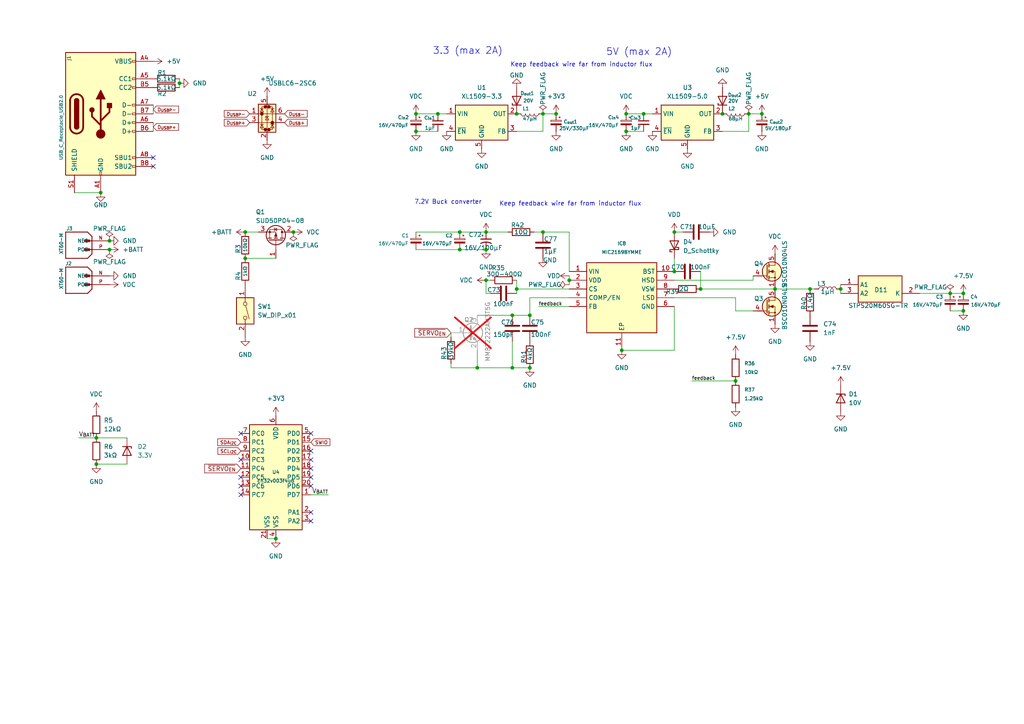
<source format=kicad_sch>
(kicad_sch
	(version 20231120)
	(generator "eeschema")
	(generator_version "8.0")
	(uuid "e4c09165-9c68-40b2-881f-c90ce6ecf190")
	(paper "A4")
	
	(junction
		(at 29.21 55.88)
		(diameter 0)
		(color 0 0 0 0)
		(uuid "014229f8-e922-43fc-bb3a-ada6f8e16a40")
	)
	(junction
		(at 279.4 85.09)
		(diameter 0)
		(color 0 0 0 0)
		(uuid "0706ad95-8615-4630-8e7e-c4623ef20ba3")
	)
	(junction
		(at 153.67 91.44)
		(diameter 0)
		(color 0 0 0 0)
		(uuid "0bf23e79-1fbd-4df3-9ba3-b7681327d067")
	)
	(junction
		(at 31.75 69.85)
		(diameter 0)
		(color 0 0 0 0)
		(uuid "0cb14bcc-13f9-4b13-bb4e-ef6e8e2f3418")
	)
	(junction
		(at 52.07 24.13)
		(diameter 0)
		(color 0 0 0 0)
		(uuid "0ed86d61-ab59-42f1-aa05-aa92cf967161")
	)
	(junction
		(at 149.86 83.82)
		(diameter 0)
		(color 0 0 0 0)
		(uuid "17ee1fca-69be-4309-b01b-2c69ab096265")
	)
	(junction
		(at 71.12 67.31)
		(diameter 0)
		(color 0 0 0 0)
		(uuid "1867cdcb-5d9f-44ec-9da6-73143f38074a")
	)
	(junction
		(at 165.1 81.28)
		(diameter 0)
		(color 0 0 0 0)
		(uuid "19a83583-8dbf-4364-9f25-a61c946a2757")
	)
	(junction
		(at 133.35 72.39)
		(diameter 0)
		(color 0 0 0 0)
		(uuid "1fd6e48c-76b4-4e07-b3de-49cc4b072e3c")
	)
	(junction
		(at 140.97 67.31)
		(diameter 0)
		(color 0 0 0 0)
		(uuid "217c6588-7ead-430f-ab06-f5227919cc53")
	)
	(junction
		(at 149.86 33.02)
		(diameter 0)
		(color 0 0 0 0)
		(uuid "2783d833-13cd-455f-88b4-b341daea4265")
	)
	(junction
		(at 213.36 110.49)
		(diameter 0)
		(color 0 0 0 0)
		(uuid "30598afb-f608-4624-9286-44862f977320")
	)
	(junction
		(at 31.75 72.39)
		(diameter 0)
		(color 0 0 0 0)
		(uuid "368b4340-f94f-4191-a85e-d022f7ff95e3")
	)
	(junction
		(at 138.43 106.68)
		(diameter 0)
		(color 0 0 0 0)
		(uuid "3e7748d7-a0da-44ca-b4be-3a9f63966d0c")
	)
	(junction
		(at 27.94 127)
		(diameter 0)
		(color 0 0 0 0)
		(uuid "4016bba1-7f13-44f2-8770-aead50a38f9a")
	)
	(junction
		(at 120.65 38.1)
		(diameter 0)
		(color 0 0 0 0)
		(uuid "421602c8-530a-4659-8ab8-8c4fa4d32452")
	)
	(junction
		(at 181.61 33.02)
		(diameter 0)
		(color 0 0 0 0)
		(uuid "42f5718f-9bb0-4fac-84c5-bcad7d0a4189")
	)
	(junction
		(at 275.59 85.09)
		(diameter 0)
		(color 0 0 0 0)
		(uuid "464b34be-16b7-4498-9836-33e174587801")
	)
	(junction
		(at 148.59 91.44)
		(diameter 0)
		(color 0 0 0 0)
		(uuid "4a64b53c-648c-4f96-bd61-d23e1d3f95d1")
	)
	(junction
		(at 180.34 101.6)
		(diameter 0)
		(color 0 0 0 0)
		(uuid "4e06d980-b782-4927-8395-d6c0bf249446")
	)
	(junction
		(at 195.58 67.31)
		(diameter 0)
		(color 0 0 0 0)
		(uuid "4fc4f8b4-213a-4e5a-931d-812028ec46ef")
	)
	(junction
		(at 85.09 67.31)
		(diameter 0)
		(color 0 0 0 0)
		(uuid "5a5717b8-9446-4647-89ef-e1f338684f14")
	)
	(junction
		(at 71.12 74.93)
		(diameter 0)
		(color 0 0 0 0)
		(uuid "5a625fab-0b89-4dff-a510-389131ec701f")
	)
	(junction
		(at 120.65 33.02)
		(diameter 0)
		(color 0 0 0 0)
		(uuid "5d8646b5-3b36-47e3-95d0-b2b0f7a20c64")
	)
	(junction
		(at 203.2 83.82)
		(diameter 0)
		(color 0 0 0 0)
		(uuid "70896acb-ec56-4ad6-a2d5-7dc8071514a5")
	)
	(junction
		(at 209.55 33.02)
		(diameter 0)
		(color 0 0 0 0)
		(uuid "758baad9-ec2d-4203-bad5-2ca00e12dd09")
	)
	(junction
		(at 234.95 83.82)
		(diameter 0)
		(color 0 0 0 0)
		(uuid "7ac401a6-e2ab-4fbe-8753-3d22959635b2")
	)
	(junction
		(at 161.29 33.02)
		(diameter 0)
		(color 0 0 0 0)
		(uuid "7e15fe13-dcd5-444a-8bd8-8e59749f86b0")
	)
	(junction
		(at 148.59 106.68)
		(diameter 0)
		(color 0 0 0 0)
		(uuid "82df520e-1b15-4f77-b0a9-0d41a3de5616")
	)
	(junction
		(at 195.58 78.74)
		(diameter 0)
		(color 0 0 0 0)
		(uuid "8421ec3c-9f22-4102-85fb-7fa09b28549d")
	)
	(junction
		(at 157.48 33.02)
		(diameter 0)
		(color 0 0 0 0)
		(uuid "8835e889-c777-489c-abff-7f4712cf0195")
	)
	(junction
		(at 186.69 33.02)
		(diameter 0)
		(color 0 0 0 0)
		(uuid "8c0c6224-8743-47d7-9d28-74626ab4a532")
	)
	(junction
		(at 133.35 67.31)
		(diameter 0)
		(color 0 0 0 0)
		(uuid "90494018-72ca-4082-8275-9d8a0876f50c")
	)
	(junction
		(at 127 33.02)
		(diameter 0)
		(color 0 0 0 0)
		(uuid "94283697-0c08-4972-8d07-ff4bcb35e7ca")
	)
	(junction
		(at 181.61 38.1)
		(diameter 0)
		(color 0 0 0 0)
		(uuid "9d785556-379c-444b-aa7f-6330da13bb64")
	)
	(junction
		(at 153.67 106.68)
		(diameter 0)
		(color 0 0 0 0)
		(uuid "9de04210-cd8f-4fa9-89e6-c07bdd199920")
	)
	(junction
		(at 80.01 156.21)
		(diameter 0)
		(color 0 0 0 0)
		(uuid "a3a85b14-7aa3-4373-95db-3e7aa17e66da")
	)
	(junction
		(at 243.84 83.82)
		(diameter 0)
		(color 0 0 0 0)
		(uuid "a6d95978-b246-488a-ad10-f25edd32b74e")
	)
	(junction
		(at 217.17 33.02)
		(diameter 0)
		(color 0 0 0 0)
		(uuid "c1909f9d-b91e-4aa3-bf96-6e3effc91816")
	)
	(junction
		(at 220.98 33.02)
		(diameter 0)
		(color 0 0 0 0)
		(uuid "d2259b7f-5670-4575-8cac-fbfda11ec99c")
	)
	(junction
		(at 279.4 90.17)
		(diameter 0)
		(color 0 0 0 0)
		(uuid "d8593ac6-127d-40f7-936d-23e3f709214b")
	)
	(junction
		(at 224.79 83.82)
		(diameter 0)
		(color 0 0 0 0)
		(uuid "d87e0da5-2127-4f85-9191-411b188b93a9")
	)
	(junction
		(at 27.94 134.62)
		(diameter 0)
		(color 0 0 0 0)
		(uuid "e37bb98d-a07f-4760-ad58-c557dcdd7480")
	)
	(junction
		(at 140.97 81.28)
		(diameter 0)
		(color 0 0 0 0)
		(uuid "e7bc1f6b-c0bc-4dfb-b024-54777acc4d86")
	)
	(junction
		(at 140.97 72.39)
		(diameter 0)
		(color 0 0 0 0)
		(uuid "f00a5d5f-61b6-4ccf-b20b-121de7fdd48c")
	)
	(junction
		(at 157.48 67.31)
		(diameter 0)
		(color 0 0 0 0)
		(uuid "f522d1b8-2802-4460-9f1c-2b7a8b789b98")
	)
	(no_connect
		(at 90.17 151.13)
		(uuid "124bb475-31c5-4a42-a51c-e929a56c9b46")
	)
	(no_connect
		(at 90.17 130.81)
		(uuid "135c539e-89cf-4297-815e-9769cd02d2f8")
	)
	(no_connect
		(at 90.17 138.43)
		(uuid "17e9351e-4221-450f-a467-5732b0d0d16b")
	)
	(no_connect
		(at 90.17 133.35)
		(uuid "21d3c945-6112-4816-bded-f8d83d8813a2")
	)
	(no_connect
		(at 69.85 140.97)
		(uuid "2f5c8c2b-f4b9-4745-87bc-232dcadb4b84")
	)
	(no_connect
		(at 69.85 143.51)
		(uuid "5a29329e-7d6c-4a1d-89a8-2bbb095c0069")
	)
	(no_connect
		(at 69.85 133.35)
		(uuid "6060c138-277d-416d-b112-6e34eae66af6")
	)
	(no_connect
		(at 90.17 125.73)
		(uuid "60bd5cbc-3f42-4efd-a5a1-1531afdc180b")
	)
	(no_connect
		(at 44.45 45.72)
		(uuid "7952fb62-0351-4f17-a9b0-ffd70f532bab")
	)
	(no_connect
		(at 44.45 48.26)
		(uuid "79782b9e-bcb1-4afa-99d8-0d840bd98a14")
	)
	(no_connect
		(at 90.17 135.89)
		(uuid "937070c3-5d2d-485c-b76f-0433f35de078")
	)
	(no_connect
		(at 90.17 140.97)
		(uuid "9fc80ee9-fea2-4aec-828f-811353459fa4")
	)
	(no_connect
		(at 69.85 138.43)
		(uuid "b72b776a-6dfb-4d45-86a9-3fb29dc54d14")
	)
	(no_connect
		(at 69.85 125.73)
		(uuid "d4cf46a4-2913-42d9-89b7-c49af041dc26")
	)
	(no_connect
		(at 90.17 148.59)
		(uuid "f0703af6-f17e-4b44-bf05-413f333d7936")
	)
	(wire
		(pts
			(xy 52.07 24.13) (xy 52.07 25.4)
		)
		(stroke
			(width 0)
			(type default)
		)
		(uuid "053a504a-6ed1-4d67-a669-fa2d98e80bf4")
	)
	(wire
		(pts
			(xy 157.48 38.1) (xy 149.86 38.1)
		)
		(stroke
			(width 0)
			(type default)
		)
		(uuid "0942168b-90c6-47b4-9f2a-25487e9c1bda")
	)
	(wire
		(pts
			(xy 218.44 81.28) (xy 218.44 80.01)
		)
		(stroke
			(width 0)
			(type default)
		)
		(uuid "09986f12-7495-4275-b3c0-cfacc2e583f0")
	)
	(wire
		(pts
			(xy 165.1 86.36) (xy 153.67 86.36)
		)
		(stroke
			(width 0)
			(type default)
		)
		(uuid "0c98411e-f845-4768-adae-4a720f477d13")
	)
	(wire
		(pts
			(xy 149.86 83.82) (xy 149.86 85.09)
		)
		(stroke
			(width 0)
			(type default)
		)
		(uuid "1750e4c6-ef76-4cc3-982f-7eca4e53da90")
	)
	(wire
		(pts
			(xy 148.59 106.68) (xy 153.67 106.68)
		)
		(stroke
			(width 0)
			(type default)
		)
		(uuid "1a36f1af-f133-426b-9176-69d12d13ad80")
	)
	(wire
		(pts
			(xy 77.47 156.21) (xy 80.01 156.21)
		)
		(stroke
			(width 0)
			(type default)
		)
		(uuid "1b878f87-5e42-4357-be2a-0029869703ca")
	)
	(wire
		(pts
			(xy 27.94 134.62) (xy 36.83 134.62)
		)
		(stroke
			(width 0)
			(type default)
		)
		(uuid "1b93d690-d85d-447b-8962-964b4f15d693")
	)
	(wire
		(pts
			(xy 153.67 86.36) (xy 153.67 91.44)
		)
		(stroke
			(width 0)
			(type default)
		)
		(uuid "1e0c655b-8182-48ca-a63d-c98deb5a071c")
	)
	(wire
		(pts
			(xy 127 33.02) (xy 129.54 33.02)
		)
		(stroke
			(width 0)
			(type default)
		)
		(uuid "205690c4-0c3e-42b1-9c99-0ea5c9353b8e")
	)
	(wire
		(pts
			(xy 148.59 91.44) (xy 153.67 91.44)
		)
		(stroke
			(width 0)
			(type default)
		)
		(uuid "26ec0cae-11f4-488a-84e2-1caacb5add56")
	)
	(wire
		(pts
			(xy 140.97 67.31) (xy 147.32 67.31)
		)
		(stroke
			(width 0)
			(type default)
		)
		(uuid "2a8cd20a-6489-4829-bbe6-946b04c90df7")
	)
	(wire
		(pts
			(xy 243.84 82.55) (xy 243.84 83.82)
		)
		(stroke
			(width 0)
			(type default)
		)
		(uuid "2bdf4332-f8fc-49c3-a059-e4fa0d5859d4")
	)
	(wire
		(pts
			(xy 140.97 81.28) (xy 140.97 85.09)
		)
		(stroke
			(width 0)
			(type default)
		)
		(uuid "2c9c67cc-8c9f-416b-af3e-189f8097bafa")
	)
	(wire
		(pts
			(xy 140.97 85.09) (xy 142.24 85.09)
		)
		(stroke
			(width 0)
			(type default)
		)
		(uuid "36a7d1ea-9bec-48f8-b19f-a5981a605299")
	)
	(wire
		(pts
			(xy 27.94 127) (xy 36.83 127)
		)
		(stroke
			(width 0)
			(type default)
		)
		(uuid "3799ff52-00f9-40bc-8c79-1a7d68224e30")
	)
	(wire
		(pts
			(xy 203.2 83.82) (xy 224.79 83.82)
		)
		(stroke
			(width 0)
			(type default)
		)
		(uuid "39755c1a-a048-43f3-bdde-e1aed542d78f")
	)
	(wire
		(pts
			(xy 71.12 74.93) (xy 80.01 74.93)
		)
		(stroke
			(width 0)
			(type default)
		)
		(uuid "3c7cc695-7d28-4a62-a505-6ab5be30ba4f")
	)
	(wire
		(pts
			(xy 21.59 55.88) (xy 29.21 55.88)
		)
		(stroke
			(width 0)
			(type default)
		)
		(uuid "3e43a8b7-9937-4e51-8e8c-fb3c02dc0625")
	)
	(wire
		(pts
			(xy 161.29 33.02) (xy 157.48 33.02)
		)
		(stroke
			(width 0)
			(type default)
		)
		(uuid "401bf375-864e-4be6-b4c1-9f39fe7b4186")
	)
	(wire
		(pts
			(xy 217.17 33.02) (xy 220.98 33.02)
		)
		(stroke
			(width 0)
			(type default)
		)
		(uuid "47f4b398-19b9-4c16-abfc-6617df398c03")
	)
	(wire
		(pts
			(xy 195.58 81.28) (xy 218.44 81.28)
		)
		(stroke
			(width 0)
			(type default)
		)
		(uuid "49d93633-1ef6-46bd-b8ce-c145790697cc")
	)
	(wire
		(pts
			(xy 71.12 67.31) (xy 74.93 67.31)
		)
		(stroke
			(width 0)
			(type default)
		)
		(uuid "5348afa6-83c5-419a-b209-5d563b40689f")
	)
	(wire
		(pts
			(xy 156.21 88.9) (xy 165.1 88.9)
		)
		(stroke
			(width 0)
			(type default)
		)
		(uuid "56771a4c-5331-4eca-9a48-192ed2b9184a")
	)
	(wire
		(pts
			(xy 44.45 30.48) (xy 44.45 33.02)
		)
		(stroke
			(width 0)
			(type default)
		)
		(uuid "5d2c0f0a-fd4d-4e40-bfbe-2875e26dc6ae")
	)
	(wire
		(pts
			(xy 138.43 91.44) (xy 148.59 91.44)
		)
		(stroke
			(width 0)
			(type default)
		)
		(uuid "64968a76-afd5-41a5-a688-7c2be682ad8e")
	)
	(wire
		(pts
			(xy 130.81 106.68) (xy 138.43 106.68)
		)
		(stroke
			(width 0)
			(type default)
		)
		(uuid "6957e499-6fd3-42ab-a965-1e6097939a62")
	)
	(wire
		(pts
			(xy 165.1 82.55) (xy 165.1 81.28)
		)
		(stroke
			(width 0)
			(type default)
		)
		(uuid "69a7b186-1513-4eb3-b438-46dd371f3737")
	)
	(wire
		(pts
			(xy 133.35 72.39) (xy 140.97 72.39)
		)
		(stroke
			(width 0)
			(type default)
		)
		(uuid "6c51610a-e951-476e-bd47-075b0fcd035c")
	)
	(wire
		(pts
			(xy 44.45 35.56) (xy 44.45 38.1)
		)
		(stroke
			(width 0)
			(type default)
		)
		(uuid "6c97a266-3319-4ff0-9b0a-b5b67c66967a")
	)
	(wire
		(pts
			(xy 130.81 97.79) (xy 130.81 96.52)
		)
		(stroke
			(width 0)
			(type default)
		)
		(uuid "72917a42-1c72-436e-88ed-58a45b0a4f69")
	)
	(wire
		(pts
			(xy 234.95 83.82) (xy 236.22 83.82)
		)
		(stroke
			(width 0)
			(type default)
		)
		(uuid "72e0d3d8-31a7-4832-88fd-f2c7c7fc3ae2")
	)
	(wire
		(pts
			(xy 213.36 90.17) (xy 213.36 86.36)
		)
		(stroke
			(width 0)
			(type default)
		)
		(uuid "739d34b2-1989-4f3e-af5a-39177ce01872")
	)
	(wire
		(pts
			(xy 275.59 85.09) (xy 266.7 85.09)
		)
		(stroke
			(width 0)
			(type default)
		)
		(uuid "74120155-8cd3-476b-bbc3-d98b31d06a78")
	)
	(wire
		(pts
			(xy 203.2 78.74) (xy 203.2 83.82)
		)
		(stroke
			(width 0)
			(type default)
		)
		(uuid "77224108-e920-4a0a-b290-a3ed8e848f8f")
	)
	(wire
		(pts
			(xy 130.81 105.41) (xy 130.81 106.68)
		)
		(stroke
			(width 0)
			(type default)
		)
		(uuid "78a300fa-be2a-43c7-800c-c4a90dd58151")
	)
	(wire
		(pts
			(xy 133.35 67.31) (xy 140.97 67.31)
		)
		(stroke
			(width 0)
			(type default)
		)
		(uuid "7cd72a95-2ee8-43ec-9ac6-69ebe4836183")
	)
	(wire
		(pts
			(xy 165.1 80.01) (xy 165.1 81.28)
		)
		(stroke
			(width 0)
			(type default)
		)
		(uuid "8185d147-a892-414a-a1fa-44062c60f135")
	)
	(wire
		(pts
			(xy 95.25 143.51) (xy 90.17 143.51)
		)
		(stroke
			(width 0)
			(type default)
		)
		(uuid "8766f2ef-7066-4804-94f7-9620d8da8797")
	)
	(wire
		(pts
			(xy 195.58 78.74) (xy 195.58 74.93)
		)
		(stroke
			(width 0)
			(type default)
		)
		(uuid "8d7489de-f385-47bf-9339-60f6354eb52d")
	)
	(wire
		(pts
			(xy 120.65 38.1) (xy 127 38.1)
		)
		(stroke
			(width 0)
			(type default)
		)
		(uuid "8e63775b-780b-4596-9f3f-ad40fb74f8b4")
	)
	(wire
		(pts
			(xy 200.66 110.49) (xy 213.36 110.49)
		)
		(stroke
			(width 0)
			(type default)
		)
		(uuid "9c69da92-f880-4537-8518-bb1b196cd354")
	)
	(wire
		(pts
			(xy 279.4 85.09) (xy 275.59 85.09)
		)
		(stroke
			(width 0)
			(type default)
		)
		(uuid "a1cbabf1-07c1-4208-86df-97a86957fc79")
	)
	(wire
		(pts
			(xy 213.36 86.36) (xy 195.58 86.36)
		)
		(stroke
			(width 0)
			(type default)
		)
		(uuid "a3f062d9-396a-4a33-ad57-7e7c99c20541")
	)
	(wire
		(pts
			(xy 138.43 101.6) (xy 138.43 106.68)
		)
		(stroke
			(width 0)
			(type default)
		)
		(uuid "aaa97755-d485-4e56-be4b-57852cd93e2a")
	)
	(wire
		(pts
			(xy 22.86 127) (xy 27.94 127)
		)
		(stroke
			(width 0)
			(type default)
		)
		(uuid "ac14b0bd-75a5-47d0-be04-d828d7eb843c")
	)
	(wire
		(pts
			(xy 165.1 67.31) (xy 165.1 78.74)
		)
		(stroke
			(width 0)
			(type default)
		)
		(uuid "b16a4f44-0b93-4422-a245-307ba87d7ef8")
	)
	(wire
		(pts
			(xy 138.43 106.68) (xy 148.59 106.68)
		)
		(stroke
			(width 0)
			(type default)
		)
		(uuid "b24ff3e2-c665-4577-a5c9-3a9f2b317188")
	)
	(wire
		(pts
			(xy 275.59 90.17) (xy 279.4 90.17)
		)
		(stroke
			(width 0)
			(type default)
		)
		(uuid "b525c32a-a329-442f-bbc9-66a6548b864b")
	)
	(wire
		(pts
			(xy 148.59 99.06) (xy 148.59 106.68)
		)
		(stroke
			(width 0)
			(type default)
		)
		(uuid "b9cf9865-d64d-463c-9b22-e31ee7189136")
	)
	(wire
		(pts
			(xy 154.94 67.31) (xy 157.48 67.31)
		)
		(stroke
			(width 0)
			(type default)
		)
		(uuid "baadf4fa-27be-4ce0-a489-5facd1134f37")
	)
	(wire
		(pts
			(xy 195.58 101.6) (xy 180.34 101.6)
		)
		(stroke
			(width 0)
			(type default)
		)
		(uuid "c4fed904-1243-45ac-b3f9-4958577458b3")
	)
	(wire
		(pts
			(xy 186.69 33.02) (xy 189.23 33.02)
		)
		(stroke
			(width 0)
			(type default)
		)
		(uuid "cba284c4-1019-453a-b3e4-3b5cb8d394d9")
	)
	(wire
		(pts
			(xy 120.65 33.02) (xy 127 33.02)
		)
		(stroke
			(width 0)
			(type default)
		)
		(uuid "cc82a52d-6afb-45df-9e57-f1e8b50baf85")
	)
	(wire
		(pts
			(xy 217.17 33.02) (xy 217.17 38.1)
		)
		(stroke
			(width 0)
			(type default)
		)
		(uuid "ccd76661-1d99-46d1-a208-047de7cfad87")
	)
	(wire
		(pts
			(xy 157.48 33.02) (xy 157.48 38.1)
		)
		(stroke
			(width 0)
			(type default)
		)
		(uuid "d057006b-063f-4a1e-ae82-6b2a59a13323")
	)
	(wire
		(pts
			(xy 52.07 22.86) (xy 52.07 24.13)
		)
		(stroke
			(width 0)
			(type default)
		)
		(uuid "d1142411-af04-4104-97a7-1e58b4f10341")
	)
	(wire
		(pts
			(xy 224.79 83.82) (xy 234.95 83.82)
		)
		(stroke
			(width 0)
			(type default)
		)
		(uuid "d3972618-1498-4026-b6f0-ed65b4fbd47c")
	)
	(wire
		(pts
			(xy 186.69 38.1) (xy 181.61 38.1)
		)
		(stroke
			(width 0)
			(type default)
		)
		(uuid "d59d0021-d4ff-433c-ad8f-ea374a73d84d")
	)
	(wire
		(pts
			(xy 120.65 72.39) (xy 133.35 72.39)
		)
		(stroke
			(width 0)
			(type default)
		)
		(uuid "d95ac49d-9c52-40ef-b5d0-7c47d1a0375a")
	)
	(wire
		(pts
			(xy 149.86 83.82) (xy 165.1 83.82)
		)
		(stroke
			(width 0)
			(type default)
		)
		(uuid "d95f5b74-fa08-476f-985a-f7f4bc1c9c17")
	)
	(wire
		(pts
			(xy 186.69 33.02) (xy 181.61 33.02)
		)
		(stroke
			(width 0)
			(type default)
		)
		(uuid "da65c94f-2078-4870-8f08-914efa9360ae")
	)
	(wire
		(pts
			(xy 140.97 81.28) (xy 142.24 81.28)
		)
		(stroke
			(width 0)
			(type default)
		)
		(uuid "dc582065-102d-4cfe-85ca-118cb7a2cdae")
	)
	(wire
		(pts
			(xy 243.84 83.82) (xy 243.84 85.09)
		)
		(stroke
			(width 0)
			(type default)
		)
		(uuid "e162fa88-92be-49a9-9058-acdc96b545f0")
	)
	(wire
		(pts
			(xy 217.17 38.1) (xy 209.55 38.1)
		)
		(stroke
			(width 0)
			(type default)
		)
		(uuid "e1e548ef-107d-4705-9109-32b91e09a13d")
	)
	(wire
		(pts
			(xy 157.48 67.31) (xy 165.1 67.31)
		)
		(stroke
			(width 0)
			(type default)
		)
		(uuid "e5d30e08-3f7e-4e3b-ba12-3f800b568986")
	)
	(wire
		(pts
			(xy 195.58 88.9) (xy 195.58 101.6)
		)
		(stroke
			(width 0)
			(type default)
		)
		(uuid "e78282fd-bbe6-4b6a-bb29-53486acb8c2a")
	)
	(wire
		(pts
			(xy 213.36 90.17) (xy 218.44 90.17)
		)
		(stroke
			(width 0)
			(type default)
		)
		(uuid "ebc7e78a-8141-4eb4-b4ea-3cc9ec02df4b")
	)
	(wire
		(pts
			(xy 195.58 67.31) (xy 198.12 67.31)
		)
		(stroke
			(width 0)
			(type default)
		)
		(uuid "f6d3f840-16ed-4e41-953b-58b14c945fb0")
	)
	(wire
		(pts
			(xy 120.65 67.31) (xy 133.35 67.31)
		)
		(stroke
			(width 0)
			(type default)
		)
		(uuid "f7449f29-1ed8-4635-879c-f5ef64198b34")
	)
	(wire
		(pts
			(xy 149.86 81.28) (xy 149.86 83.82)
		)
		(stroke
			(width 0)
			(type default)
		)
		(uuid "f8e08287-4160-41e2-8279-b049e0d926e8")
	)
	(text "Keep feedback wire far from inductor flux\n"
		(exclude_from_sim no)
		(at 144.78 59.944 0)
		(effects
			(font
				(size 1.27 1.27)
			)
			(justify left bottom)
		)
		(uuid "0a3c12fe-98b1-4a44-b02b-1ed508eb677c")
	)
	(text "3.3 (max 2A)"
		(exclude_from_sim no)
		(at 125.476 16.002 0)
		(effects
			(font
				(size 2 2)
			)
			(justify left bottom)
		)
		(uuid "48169a2d-28fd-4408-8e6c-9683429c6920")
	)
	(text "Keep feedback wire far from inductor flux\n"
		(exclude_from_sim no)
		(at 148.0058 19.5834 0)
		(effects
			(font
				(size 1.27 1.27)
			)
			(justify left bottom)
		)
		(uuid "5a720c8f-5903-46e9-b0ec-dc305d8b39d6")
	)
	(text "5V (max 2A)"
		(exclude_from_sim no)
		(at 175.7553 16.3195 0)
		(effects
			(font
				(size 2 2)
			)
			(justify left bottom)
		)
		(uuid "b12016d3-a4da-4292-b8fd-4654e1de889d")
	)
	(text "7.2V Buck converter"
		(exclude_from_sim no)
		(at 120.142 59.436 0)
		(effects
			(font
				(size 1.27 1.27)
			)
			(justify left bottom)
		)
		(uuid "d76eff94-37a4-4b9d-8d63-d76bbee1d60d")
	)
	(label "V_{BATT}"
		(at 95.25 143.51 180)
		(fields_autoplaced yes)
		(effects
			(font
				(size 1.27 1.27)
			)
			(justify right bottom)
		)
		(uuid "608fb22e-243c-448d-956d-5159e69fad89")
	)
	(label "feedback"
		(at 200.66 110.49 0)
		(fields_autoplaced yes)
		(effects
			(font
				(size 1 1)
			)
			(justify left bottom)
		)
		(uuid "b5278026-2d73-4e0f-84b1-c9b5f0f4ac2b")
	)
	(label "feedback"
		(at 156.21 88.9 0)
		(fields_autoplaced yes)
		(effects
			(font
				(size 1 1)
			)
			(justify left bottom)
		)
		(uuid "bb1729b4-29ac-41df-9ce8-13ed26599923")
	)
	(label "V_{BATT}"
		(at 22.86 127 0)
		(fields_autoplaced yes)
		(effects
			(font
				(size 1.27 1.27)
			)
			(justify left bottom)
		)
		(uuid "f701d4e4-7250-4f9a-8999-cd3c4a85ba77")
	)
	(global_label "D_{USBP}+"
		(shape input)
		(at 72.39 35.56 180)
		(fields_autoplaced yes)
		(effects
			(font
				(size 1 1)
			)
			(justify right)
		)
		(uuid "06ebf72d-73ae-43bb-b4be-946b093979f9")
		(property "Intersheetrefs" "${INTERSHEET_REFS}"
			(at 64.6016 35.56 0)
			(effects
				(font
					(size 1.27 1.27)
				)
				(justify right)
				(hide yes)
			)
		)
	)
	(global_label "SCL_{I2C}"
		(shape input)
		(at 69.85 130.81 180)
		(fields_autoplaced yes)
		(effects
			(font
				(size 1 1)
			)
			(justify right)
		)
		(uuid "083ae700-69dd-4911-a3ba-5f93335d13d8")
		(property "Intersheetrefs" "${INTERSHEET_REFS}"
			(at 62.7549 130.81 0)
			(effects
				(font
					(size 1.27 1.27)
				)
				(justify right)
				(hide yes)
			)
		)
	)
	(global_label "D_{USBP}-"
		(shape input)
		(at 72.39 33.02 180)
		(fields_autoplaced yes)
		(effects
			(font
				(size 1 1)
			)
			(justify right)
		)
		(uuid "13b6afba-c0e4-495c-97c2-241bc5d3b785")
		(property "Intersheetrefs" "${INTERSHEET_REFS}"
			(at 64.6016 33.02 0)
			(effects
				(font
					(size 1.27 1.27)
				)
				(justify right)
				(hide yes)
			)
		)
	)
	(global_label "D_{USB}+"
		(shape input)
		(at 82.55 35.56 0)
		(fields_autoplaced yes)
		(effects
			(font
				(size 1 1)
			)
			(justify left)
		)
		(uuid "2b7dd9c6-9656-4261-aa88-ade050db9a0e")
		(property "Intersheetrefs" "${INTERSHEET_REFS}"
			(at 89.5384 35.56 0)
			(effects
				(font
					(size 1.27 1.27)
				)
				(justify left)
				(hide yes)
			)
		)
	)
	(global_label "D_{USB}-"
		(shape input)
		(at 82.55 33.02 0)
		(fields_autoplaced yes)
		(effects
			(font
				(size 1 1)
			)
			(justify left)
		)
		(uuid "43f21ebf-45de-404b-872d-8e656d849870")
		(property "Intersheetrefs" "${INTERSHEET_REFS}"
			(at 89.5384 33.02 0)
			(effects
				(font
					(size 1.27 1.27)
				)
				(justify left)
				(hide yes)
			)
		)
	)
	(global_label "D_{USBP}-"
		(shape input)
		(at 44.45 31.75 0)
		(fields_autoplaced yes)
		(effects
			(font
				(size 1 1)
			)
			(justify left)
		)
		(uuid "45ca9d0c-2c1c-4f11-83ca-e6cc429f9769")
		(property "Intersheetrefs" "${INTERSHEET_REFS}"
			(at 50.453 31.75 0)
			(effects
				(font
					(size 1.27 1.27)
				)
				(justify left)
				(hide yes)
			)
		)
	)
	(global_label "D_{USBP}+"
		(shape input)
		(at 44.45 36.83 0)
		(fields_autoplaced yes)
		(effects
			(font
				(size 1 1)
			)
			(justify left)
		)
		(uuid "72fabb44-d272-4116-a694-62cfd68dc8db")
		(property "Intersheetrefs" "${INTERSHEET_REFS}"
			(at 50.453 36.83 0)
			(effects
				(font
					(size 1.27 1.27)
				)
				(justify left)
				(hide yes)
			)
		)
	)
	(global_label "SWIO_{${SHEETNAME}}"
		(shape input)
		(at 90.17 128.27 0)
		(fields_autoplaced yes)
		(effects
			(font
				(size 1 1)
			)
			(justify left)
		)
		(uuid "9379e644-d9cf-4f3e-bfaa-50eeba70acd5")
		(property "Intersheetrefs" "${INTERSHEET_REFS}"
			(at 102.1501 128.27 0)
			(effects
				(font
					(size 1.27 1.27)
				)
				(justify left)
				(hide yes)
			)
		)
	)
	(global_label "~{SERVO_{EN}}"
		(shape input)
		(at 69.85 135.89 180)
		(fields_autoplaced yes)
		(effects
			(font
				(size 1.27 1.27)
			)
			(justify right)
		)
		(uuid "9f2e7020-d003-4b1e-bb62-fc11cecfc789")
		(property "Intersheetrefs" "${INTERSHEET_REFS}"
			(at 60.3934 135.89 0)
			(effects
				(font
					(size 1.27 1.27)
				)
				(justify right)
				(hide yes)
			)
		)
	)
	(global_label "~{SERVO_{EN}}"
		(shape input)
		(at 130.81 96.52 180)
		(fields_autoplaced yes)
		(effects
			(font
				(size 1.27 1.27)
			)
			(justify right)
		)
		(uuid "dc4b7883-775d-453a-ae3b-eb70c368ab13")
		(property "Intersheetrefs" "${INTERSHEET_REFS}"
			(at 121.3534 96.52 0)
			(effects
				(font
					(size 1.27 1.27)
				)
				(justify right)
				(hide yes)
			)
		)
	)
	(global_label "SDA_{I2C}"
		(shape input)
		(at 69.85 128.27 180)
		(fields_autoplaced yes)
		(effects
			(font
				(size 1 1)
			)
			(justify right)
		)
		(uuid "ecdf453a-3c98-4cb4-a02e-d8e41fdacc71")
		(property "Intersheetrefs" "${INTERSHEET_REFS}"
			(at 62.7073 128.27 0)
			(effects
				(font
					(size 1.27 1.27)
				)
				(justify right)
				(hide yes)
			)
		)
	)
	(symbol
		(lib_id "Regulator_Switching:XL1509-5.0")
		(at 199.39 35.56 0)
		(unit 1)
		(exclude_from_sim no)
		(in_bom yes)
		(on_board yes)
		(dnp no)
		(fields_autoplaced yes)
		(uuid "042d2323-a025-4855-9429-b51f1f143e13")
		(property "Reference" "U3"
			(at 199.39 25.4 0)
			(effects
				(font
					(size 1.27 1.27)
				)
			)
		)
		(property "Value" "XL1509-5.0"
			(at 199.39 27.94 0)
			(effects
				(font
					(size 1.27 1.27)
				)
			)
		)
		(property "Footprint" "Package_SO:SOIC-8_3.9x4.9mm_P1.27mm"
			(at 199.39 27.178 0)
			(effects
				(font
					(size 1.27 1.27)
				)
				(hide yes)
			)
		)
		(property "Datasheet" "https://datasheet.lcsc.com/lcsc/1809050422_XLSEMI-XL1509-5-0E1_C61063.pdf"
			(at 201.93 24.892 0)
			(effects
				(font
					(size 1.27 1.27)
				)
				(hide yes)
			)
		)
		(property "Description" "Buck DC/DC Converter, 2A, 5V Output Voltage, 7-40V Input Voltage"
			(at 199.39 35.56 0)
			(effects
				(font
					(size 1.27 1.27)
				)
				(hide yes)
			)
		)
		(pin "6"
			(uuid "7e06b79b-3e1f-4896-851f-1879b8fc0da0")
		)
		(pin "8"
			(uuid "5baaf9fe-150c-48ca-8a09-c7f2f8ff3924")
		)
		(pin "2"
			(uuid "3dadc071-89e9-461e-9bea-41e51aed4db5")
		)
		(pin "5"
			(uuid "31fa61c9-65cf-4178-a878-e4e188046b30")
		)
		(pin "1"
			(uuid "ccee7625-0b36-415d-84ae-43df0e006603")
		)
		(pin "3"
			(uuid "8ff52cf7-96e8-4ef4-9f1a-5581697f59b1")
		)
		(pin "4"
			(uuid "1a90db6e-fa2c-4e1c-8acd-600df5f9e45a")
		)
		(pin "7"
			(uuid "61a889e1-4fbf-402b-a2c8-97b88f9ae7ac")
		)
		(instances
			(project "main_pcb"
				(path "/220120ed-d44a-4ac7-a64c-440534e9360b/0340a110-e18f-4548-a23c-1f7d052b8221"
					(reference "U3")
					(unit 1)
				)
			)
		)
	)
	(symbol
		(lib_id "power:+3V3")
		(at 80.01 120.65 0)
		(unit 1)
		(exclude_from_sim no)
		(in_bom yes)
		(on_board yes)
		(dnp no)
		(fields_autoplaced yes)
		(uuid "0449d141-472e-491e-81a0-df4decf18f4f")
		(property "Reference" "#PWR061"
			(at 80.01 124.46 0)
			(effects
				(font
					(size 1.27 1.27)
				)
				(hide yes)
			)
		)
		(property "Value" "+3V3"
			(at 80.01 115.57 0)
			(effects
				(font
					(size 1.27 1.27)
				)
			)
		)
		(property "Footprint" ""
			(at 80.01 120.65 0)
			(effects
				(font
					(size 1.27 1.27)
				)
				(hide yes)
			)
		)
		(property "Datasheet" ""
			(at 80.01 120.65 0)
			(effects
				(font
					(size 1.27 1.27)
				)
				(hide yes)
			)
		)
		(property "Description" "Power symbol creates a global label with name \"+3V3\""
			(at 80.01 120.65 0)
			(effects
				(font
					(size 1.27 1.27)
				)
				(hide yes)
			)
		)
		(pin "1"
			(uuid "111e9c82-b716-476d-9fa6-5f2069dd8948")
		)
		(instances
			(project "main_pcb"
				(path "/220120ed-d44a-4ac7-a64c-440534e9360b/0340a110-e18f-4548-a23c-1f7d052b8221"
					(reference "#PWR061")
					(unit 1)
				)
			)
		)
	)
	(symbol
		(lib_name "VDC_1")
		(lib_id "power:VDC")
		(at 224.79 73.66 0)
		(unit 1)
		(exclude_from_sim no)
		(in_bom yes)
		(on_board yes)
		(dnp no)
		(fields_autoplaced yes)
		(uuid "08495a12-ee89-4b22-b95a-a636aa9f6d08")
		(property "Reference" "#PWR078"
			(at 224.79 77.47 0)
			(effects
				(font
					(size 1.27 1.27)
				)
				(hide yes)
			)
		)
		(property "Value" "VDC"
			(at 224.79 68.58 0)
			(effects
				(font
					(size 1.27 1.27)
				)
			)
		)
		(property "Footprint" ""
			(at 224.79 73.66 0)
			(effects
				(font
					(size 1.27 1.27)
				)
				(hide yes)
			)
		)
		(property "Datasheet" ""
			(at 224.79 73.66 0)
			(effects
				(font
					(size 1.27 1.27)
				)
				(hide yes)
			)
		)
		(property "Description" "Power symbol creates a global label with name \"VDC\""
			(at 224.79 73.66 0)
			(effects
				(font
					(size 1.27 1.27)
				)
				(hide yes)
			)
		)
		(pin "1"
			(uuid "f757be83-750b-49b0-b8d0-4723a3ae2e87")
		)
		(instances
			(project "main_pcb"
				(path "/220120ed-d44a-4ac7-a64c-440534e9360b/0340a110-e18f-4548-a23c-1f7d052b8221"
					(reference "#PWR078")
					(unit 1)
				)
			)
		)
	)
	(symbol
		(lib_id "Device:D_Zener")
		(at 209.55 29.21 90)
		(unit 1)
		(exclude_from_sim no)
		(in_bom yes)
		(on_board yes)
		(dnp no)
		(uuid "08b3f7ee-c3e9-4fed-8bf4-7d6cbb9c7235")
		(property "Reference" "D_{out}2"
			(at 215.1253 27.5336 90)
			(effects
				(font
					(size 1 1)
				)
				(justify left)
			)
		)
		(property "Value" "20V"
			(at 214.1093 29.2735 90)
			(effects
				(font
					(size 1 1)
				)
				(justify left)
			)
		)
		(property "Footprint" "Diode_SMD:D_SOD-123"
			(at 209.55 29.21 0)
			(effects
				(font
					(size 1 1)
				)
				(hide yes)
			)
		)
		(property "Datasheet" "~"
			(at 209.55 29.21 0)
			(effects
				(font
					(size 1 1)
				)
				(hide yes)
			)
		)
		(property "Description" ""
			(at 209.55 29.21 0)
			(effects
				(font
					(size 1.27 1.27)
				)
				(hide yes)
			)
		)
		(property "LCSC Part Number" ""
			(at 209.55 29.21 90)
			(effects
				(font
					(size 1 1)
				)
				(hide yes)
			)
		)
		(property "Manufacturer" "TWGMC"
			(at 209.55 29.21 90)
			(effects
				(font
					(size 1 1)
				)
				(hide yes)
			)
		)
		(property "Mfr. Part" "1N5817W"
			(at 209.55 29.21 90)
			(effects
				(font
					(size 1 1)
				)
				(hide yes)
			)
		)
		(property "LCSC" "C727113"
			(at 209.55 29.21 0)
			(effects
				(font
					(size 1.27 1.27)
				)
				(hide yes)
			)
		)
		(pin "1"
			(uuid "6717b45e-7932-4349-ac4c-05ae050371eb")
		)
		(pin "2"
			(uuid "1c0d10b8-9294-4e24-9e83-63d7195d81a2")
		)
		(instances
			(project "main_pcb"
				(path "/220120ed-d44a-4ac7-a64c-440534e9360b/0340a110-e18f-4548-a23c-1f7d052b8221"
					(reference "D_{out}2")
					(unit 1)
				)
			)
		)
	)
	(symbol
		(lib_id "Device:C_Polarized_Small")
		(at 275.59 87.63 0)
		(mirror y)
		(unit 1)
		(exclude_from_sim no)
		(in_bom yes)
		(on_board yes)
		(dnp no)
		(uuid "09a2cf19-13cb-41f3-8015-afd7331b0d25")
		(property "Reference" "C3"
			(at 273.558 86.106 0)
			(effects
				(font
					(size 1 1)
				)
				(justify left)
			)
		)
		(property "Value" "16V/470μF"
			(at 273.431 88.392 0)
			(effects
				(font
					(size 1 1)
				)
				(justify left)
			)
		)
		(property "Footprint" "Capacitor_SMD:C_Elec_8x10.2"
			(at 275.59 87.63 0)
			(effects
				(font
					(size 1 1)
				)
				(hide yes)
			)
		)
		(property "Datasheet" "~"
			(at 275.59 87.63 0)
			(effects
				(font
					(size 1 1)
				)
				(hide yes)
			)
		)
		(property "Description" ""
			(at 275.59 87.63 0)
			(effects
				(font
					(size 1.27 1.27)
				)
				(hide yes)
			)
		)
		(property "LCSC" "C2858857"
			(at 275.59 87.63 0)
			(effects
				(font
					(size 1.27 1.27)
				)
				(hide yes)
			)
		)
		(pin "1"
			(uuid "6ed3de96-dcd4-458f-86a9-6cd87c23e295")
		)
		(pin "2"
			(uuid "1cdbad41-0eed-48b2-a0b1-d9fe9bccd7e2")
		)
		(instances
			(project "main_pcb"
				(path "/220120ed-d44a-4ac7-a64c-440534e9360b/0340a110-e18f-4548-a23c-1f7d052b8221"
					(reference "C3")
					(unit 1)
				)
			)
		)
	)
	(symbol
		(lib_name "VDD_1")
		(lib_id "power:VDD")
		(at 165.1 80.01 90)
		(unit 1)
		(exclude_from_sim no)
		(in_bom yes)
		(on_board yes)
		(dnp no)
		(uuid "0b567830-58fa-473c-9a80-b8330b914ac7")
		(property "Reference" "#PWR083"
			(at 168.91 80.01 0)
			(effects
				(font
					(size 1.27 1.27)
				)
				(hide yes)
			)
		)
		(property "Value" "VDD"
			(at 162.56 80.0099 90)
			(effects
				(font
					(size 1.27 1.27)
				)
				(justify left)
			)
		)
		(property "Footprint" ""
			(at 165.1 80.01 0)
			(effects
				(font
					(size 1.27 1.27)
				)
				(hide yes)
			)
		)
		(property "Datasheet" ""
			(at 165.1 80.01 0)
			(effects
				(font
					(size 1.27 1.27)
				)
				(hide yes)
			)
		)
		(property "Description" "Power symbol creates a global label with name \"VDD\""
			(at 165.1 80.01 0)
			(effects
				(font
					(size 1.27 1.27)
				)
				(hide yes)
			)
		)
		(pin "1"
			(uuid "fc43f742-b790-45c6-b517-126005d727a8")
		)
		(instances
			(project "main_pcb"
				(path "/220120ed-d44a-4ac7-a64c-440534e9360b/0340a110-e18f-4548-a23c-1f7d052b8221"
					(reference "#PWR083")
					(unit 1)
				)
			)
		)
	)
	(symbol
		(lib_name "GND_18")
		(lib_id "power:GND")
		(at 80.01 156.21 0)
		(unit 1)
		(exclude_from_sim no)
		(in_bom yes)
		(on_board yes)
		(dnp no)
		(fields_autoplaced yes)
		(uuid "1018fe1b-0caf-4ff4-a00f-0835565e7954")
		(property "Reference" "#PWR060"
			(at 80.01 162.56 0)
			(effects
				(font
					(size 1.27 1.27)
				)
				(hide yes)
			)
		)
		(property "Value" "GND"
			(at 80.01 161.29 0)
			(effects
				(font
					(size 1.27 1.27)
				)
			)
		)
		(property "Footprint" ""
			(at 80.01 156.21 0)
			(effects
				(font
					(size 1.27 1.27)
				)
				(hide yes)
			)
		)
		(property "Datasheet" ""
			(at 80.01 156.21 0)
			(effects
				(font
					(size 1.27 1.27)
				)
				(hide yes)
			)
		)
		(property "Description" "Power symbol creates a global label with name \"GND\" , ground"
			(at 80.01 156.21 0)
			(effects
				(font
					(size 1.27 1.27)
				)
				(hide yes)
			)
		)
		(pin "1"
			(uuid "e923f623-18d4-49e3-a48b-a15e2e8f2040")
		)
		(instances
			(project "main_pcb"
				(path "/220120ed-d44a-4ac7-a64c-440534e9360b/0340a110-e18f-4548-a23c-1f7d052b8221"
					(reference "#PWR060")
					(unit 1)
				)
			)
		)
	)
	(symbol
		(lib_id "Device:R")
		(at 213.36 114.3 0)
		(unit 1)
		(exclude_from_sim no)
		(in_bom yes)
		(on_board yes)
		(dnp no)
		(fields_autoplaced yes)
		(uuid "11787081-72f2-4fd5-b807-f604a6e0094c")
		(property "Reference" "R37"
			(at 215.9 113.0299 0)
			(effects
				(font
					(size 1 1)
				)
				(justify left)
			)
		)
		(property "Value" "1.25kΩ"
			(at 215.9 115.5699 0)
			(effects
				(font
					(size 1 1)
				)
				(justify left)
			)
		)
		(property "Footprint" "Resistor_SMD:R_0805_2012Metric_Pad1.20x1.40mm_HandSolder"
			(at 211.582 114.3 90)
			(effects
				(font
					(size 1 1)
				)
				(hide yes)
			)
		)
		(property "Datasheet" "~"
			(at 213.36 114.3 0)
			(effects
				(font
					(size 1 1)
				)
				(hide yes)
			)
		)
		(property "Description" ""
			(at 213.36 114.3 0)
			(effects
				(font
					(size 1.27 1.27)
				)
				(hide yes)
			)
		)
		(property "LCSC" "C2441197"
			(at 213.36 114.3 0)
			(effects
				(font
					(size 1.27 1.27)
				)
				(hide yes)
			)
		)
		(pin "1"
			(uuid "5218317f-019d-459b-952d-7cb564cd6df5")
		)
		(pin "2"
			(uuid "813a65c4-1489-450e-ba57-e9d7b17c5527")
		)
		(instances
			(project "main_pcb"
				(path "/220120ed-d44a-4ac7-a64c-440534e9360b/0340a110-e18f-4548-a23c-1f7d052b8221"
					(reference "R37")
					(unit 1)
				)
			)
		)
	)
	(symbol
		(lib_name "+3V3_1")
		(lib_id "power:+3V3")
		(at 161.29 33.02 0)
		(unit 1)
		(exclude_from_sim no)
		(in_bom yes)
		(on_board yes)
		(dnp no)
		(fields_autoplaced yes)
		(uuid "171544fe-c905-4874-9fb1-5c384bfc4086")
		(property "Reference" "#PWR033"
			(at 161.29 36.83 0)
			(effects
				(font
					(size 1.27 1.27)
				)
				(hide yes)
			)
		)
		(property "Value" "+3V3"
			(at 161.29 27.94 0)
			(effects
				(font
					(size 1.27 1.27)
				)
			)
		)
		(property "Footprint" ""
			(at 161.29 33.02 0)
			(effects
				(font
					(size 1.27 1.27)
				)
				(hide yes)
			)
		)
		(property "Datasheet" ""
			(at 161.29 33.02 0)
			(effects
				(font
					(size 1.27 1.27)
				)
				(hide yes)
			)
		)
		(property "Description" "Power symbol creates a global label with name \"+3V3\""
			(at 161.29 33.02 0)
			(effects
				(font
					(size 1.27 1.27)
				)
				(hide yes)
			)
		)
		(pin "1"
			(uuid "866d3964-38df-4290-98a1-ecf60e21dee3")
		)
		(instances
			(project "main_pcb"
				(path "/220120ed-d44a-4ac7-a64c-440534e9360b/0340a110-e18f-4548-a23c-1f7d052b8221"
					(reference "#PWR033")
					(unit 1)
				)
			)
		)
	)
	(symbol
		(lib_name "GND_10")
		(lib_id "power:GND")
		(at 243.84 119.38 0)
		(unit 1)
		(exclude_from_sim no)
		(in_bom yes)
		(on_board yes)
		(dnp no)
		(fields_autoplaced yes)
		(uuid "17a4b65d-c351-4009-a2d1-228d696810fc")
		(property "Reference" "#PWR058"
			(at 243.84 125.73 0)
			(effects
				(font
					(size 1.27 1.27)
				)
				(hide yes)
			)
		)
		(property "Value" "GND"
			(at 243.84 124.46 0)
			(effects
				(font
					(size 1.27 1.27)
				)
			)
		)
		(property "Footprint" ""
			(at 243.84 119.38 0)
			(effects
				(font
					(size 1.27 1.27)
				)
				(hide yes)
			)
		)
		(property "Datasheet" ""
			(at 243.84 119.38 0)
			(effects
				(font
					(size 1.27 1.27)
				)
				(hide yes)
			)
		)
		(property "Description" "Power symbol creates a global label with name \"GND\" , ground"
			(at 243.84 119.38 0)
			(effects
				(font
					(size 1.27 1.27)
				)
				(hide yes)
			)
		)
		(pin "1"
			(uuid "6e608688-187c-4441-9d75-4bda624dd0b6")
		)
		(instances
			(project "main_pcb"
				(path "/220120ed-d44a-4ac7-a64c-440534e9360b/0340a110-e18f-4548-a23c-1f7d052b8221"
					(reference "#PWR058")
					(unit 1)
				)
			)
		)
	)
	(symbol
		(lib_name "VDC_2")
		(lib_id "power:VDC")
		(at 140.97 67.31 0)
		(unit 1)
		(exclude_from_sim no)
		(in_bom yes)
		(on_board yes)
		(dnp no)
		(fields_autoplaced yes)
		(uuid "19f8fcfe-f8cc-4f43-86dd-767d05da5b37")
		(property "Reference" "#PWR082"
			(at 140.97 71.12 0)
			(effects
				(font
					(size 1.27 1.27)
				)
				(hide yes)
			)
		)
		(property "Value" "VDC"
			(at 140.97 62.23 0)
			(effects
				(font
					(size 1.27 1.27)
				)
			)
		)
		(property "Footprint" ""
			(at 140.97 67.31 0)
			(effects
				(font
					(size 1.27 1.27)
				)
				(hide yes)
			)
		)
		(property "Datasheet" ""
			(at 140.97 67.31 0)
			(effects
				(font
					(size 1.27 1.27)
				)
				(hide yes)
			)
		)
		(property "Description" "Power symbol creates a global label with name \"VDC\""
			(at 140.97 67.31 0)
			(effects
				(font
					(size 1.27 1.27)
				)
				(hide yes)
			)
		)
		(pin "1"
			(uuid "cd8321ad-96f1-4f48-adcd-641794ffedb6")
		)
		(instances
			(project "main_pcb"
				(path "/220120ed-d44a-4ac7-a64c-440534e9360b/0340a110-e18f-4548-a23c-1f7d052b8221"
					(reference "#PWR082")
					(unit 1)
				)
			)
		)
	)
	(symbol
		(lib_id "power:+5V")
		(at 44.45 17.78 270)
		(unit 1)
		(exclude_from_sim no)
		(in_bom yes)
		(on_board yes)
		(dnp no)
		(fields_autoplaced yes)
		(uuid "1da890a4-d764-4c7b-87d6-bd7d2a2d28b3")
		(property "Reference" "#PWR02"
			(at 40.64 17.78 0)
			(effects
				(font
					(size 1.27 1.27)
				)
				(hide yes)
			)
		)
		(property "Value" "+5V"
			(at 48.26 17.7799 90)
			(effects
				(font
					(size 1.27 1.27)
				)
				(justify left)
			)
		)
		(property "Footprint" ""
			(at 44.45 17.78 0)
			(effects
				(font
					(size 1.27 1.27)
				)
				(hide yes)
			)
		)
		(property "Datasheet" ""
			(at 44.45 17.78 0)
			(effects
				(font
					(size 1.27 1.27)
				)
				(hide yes)
			)
		)
		(property "Description" "Power symbol creates a global label with name \"+5V\""
			(at 44.45 17.78 0)
			(effects
				(font
					(size 1.27 1.27)
				)
				(hide yes)
			)
		)
		(pin "1"
			(uuid "b154a56f-7682-4d90-b165-1d13bc1dc058")
		)
		(instances
			(project "main_pcb"
				(path "/220120ed-d44a-4ac7-a64c-440534e9360b/0340a110-e18f-4548-a23c-1f7d052b8221"
					(reference "#PWR02")
					(unit 1)
				)
			)
		)
	)
	(symbol
		(lib_id "power:PWR_FLAG")
		(at 165.1 82.55 90)
		(unit 1)
		(exclude_from_sim no)
		(in_bom yes)
		(on_board yes)
		(dnp no)
		(uuid "1e48be43-5210-4e75-b99c-ae84f252ca1b")
		(property "Reference" "#FLG07"
			(at 163.195 82.55 0)
			(effects
				(font
					(size 1.27 1.27)
				)
				(hide yes)
			)
		)
		(property "Value" "PWR_FLAG"
			(at 162.814 82.5499 90)
			(effects
				(font
					(size 1.27 1.27)
				)
				(justify left)
			)
		)
		(property "Footprint" ""
			(at 165.1 82.55 0)
			(effects
				(font
					(size 1.27 1.27)
				)
				(hide yes)
			)
		)
		(property "Datasheet" "~"
			(at 165.1 82.55 0)
			(effects
				(font
					(size 1.27 1.27)
				)
				(hide yes)
			)
		)
		(property "Description" "Special symbol for telling ERC where power comes from"
			(at 165.1 82.55 0)
			(effects
				(font
					(size 1.27 1.27)
				)
				(hide yes)
			)
		)
		(pin "1"
			(uuid "396629c6-c602-4142-9223-6bd2afb8a719")
		)
		(instances
			(project "main_pcb"
				(path "/220120ed-d44a-4ac7-a64c-440534e9360b/0340a110-e18f-4548-a23c-1f7d052b8221"
					(reference "#FLG07")
					(unit 1)
				)
			)
		)
	)
	(symbol
		(lib_name "GND_5")
		(lib_id "power:GND")
		(at 181.61 38.1 0)
		(unit 1)
		(exclude_from_sim no)
		(in_bom yes)
		(on_board yes)
		(dnp no)
		(fields_autoplaced yes)
		(uuid "210fa0ad-e2df-42a6-8213-2ed39c984e4b")
		(property "Reference" "#PWR018"
			(at 181.61 44.45 0)
			(effects
				(font
					(size 1.27 1.27)
				)
				(hide yes)
			)
		)
		(property "Value" "GND"
			(at 181.61 43.18 0)
			(effects
				(font
					(size 1.27 1.27)
				)
			)
		)
		(property "Footprint" ""
			(at 181.61 38.1 0)
			(effects
				(font
					(size 1.27 1.27)
				)
				(hide yes)
			)
		)
		(property "Datasheet" ""
			(at 181.61 38.1 0)
			(effects
				(font
					(size 1.27 1.27)
				)
				(hide yes)
			)
		)
		(property "Description" "Power symbol creates a global label with name \"GND\" , ground"
			(at 181.61 38.1 0)
			(effects
				(font
					(size 1.27 1.27)
				)
				(hide yes)
			)
		)
		(pin "1"
			(uuid "13cec73c-1bd7-4114-b907-3d82251ae3a3")
		)
		(instances
			(project "main_pcb"
				(path "/220120ed-d44a-4ac7-a64c-440534e9360b/0340a110-e18f-4548-a23c-1f7d052b8221"
					(reference "#PWR018")
					(unit 1)
				)
			)
		)
	)
	(symbol
		(lib_name "GND_11")
		(lib_id "power:GND")
		(at 234.95 99.06 0)
		(unit 1)
		(exclude_from_sim no)
		(in_bom yes)
		(on_board yes)
		(dnp no)
		(fields_autoplaced yes)
		(uuid "2440f9f6-f5d9-482d-ad5c-b87c1ff35163")
		(property "Reference" "#PWR076"
			(at 234.95 105.41 0)
			(effects
				(font
					(size 1.27 1.27)
				)
				(hide yes)
			)
		)
		(property "Value" "GND"
			(at 234.95 104.14 0)
			(effects
				(font
					(size 1.27 1.27)
				)
			)
		)
		(property "Footprint" ""
			(at 234.95 99.06 0)
			(effects
				(font
					(size 1.27 1.27)
				)
				(hide yes)
			)
		)
		(property "Datasheet" ""
			(at 234.95 99.06 0)
			(effects
				(font
					(size 1.27 1.27)
				)
				(hide yes)
			)
		)
		(property "Description" "Power symbol creates a global label with name \"GND\" , ground"
			(at 234.95 99.06 0)
			(effects
				(font
					(size 1.27 1.27)
				)
				(hide yes)
			)
		)
		(pin "1"
			(uuid "f80a7eae-072f-473f-aef0-6ab582772c96")
		)
		(instances
			(project "main_pcb"
				(path "/220120ed-d44a-4ac7-a64c-440534e9360b/0340a110-e18f-4548-a23c-1f7d052b8221"
					(reference "#PWR076")
					(unit 1)
				)
			)
		)
	)
	(symbol
		(lib_id "power:+5V")
		(at 77.47 27.94 0)
		(unit 1)
		(exclude_from_sim no)
		(in_bom yes)
		(on_board yes)
		(dnp no)
		(fields_autoplaced yes)
		(uuid "31434333-612d-4a19-9eed-ae08ece02cc5")
		(property "Reference" "#PWR05"
			(at 77.47 31.75 0)
			(effects
				(font
					(size 1.27 1.27)
				)
				(hide yes)
			)
		)
		(property "Value" "+5V"
			(at 77.47 22.86 0)
			(effects
				(font
					(size 1.27 1.27)
				)
			)
		)
		(property "Footprint" ""
			(at 77.47 27.94 0)
			(effects
				(font
					(size 1.27 1.27)
				)
				(hide yes)
			)
		)
		(property "Datasheet" ""
			(at 77.47 27.94 0)
			(effects
				(font
					(size 1.27 1.27)
				)
				(hide yes)
			)
		)
		(property "Description" "Power symbol creates a global label with name \"+5V\""
			(at 77.47 27.94 0)
			(effects
				(font
					(size 1.27 1.27)
				)
				(hide yes)
			)
		)
		(pin "1"
			(uuid "c7a0735a-334a-4c07-a916-ee9d3f34da21")
		)
		(instances
			(project "main_pcb"
				(path "/220120ed-d44a-4ac7-a64c-440534e9360b/0340a110-e18f-4548-a23c-1f7d052b8221"
					(reference "#PWR05")
					(unit 1)
				)
			)
		)
	)
	(symbol
		(lib_id "XT60-M:XT60-M")
		(at 26.67 80.01 180)
		(unit 1)
		(exclude_from_sim no)
		(in_bom yes)
		(on_board yes)
		(dnp no)
		(uuid "381c4361-4d2d-4f33-8638-f16b749bb081")
		(property "Reference" "J2"
			(at 20.828 76.454 0)
			(effects
				(font
					(size 1 1)
				)
				(justify left)
			)
		)
		(property "Value" "XT60-M"
			(at 17.78 77.724 90)
			(effects
				(font
					(size 1 1)
				)
				(justify left)
			)
		)
		(property "Footprint" "XT60-M:AMASS_XT60-M"
			(at 26.67 80.01 0)
			(effects
				(font
					(size 1 1)
				)
				(justify bottom)
				(hide yes)
			)
		)
		(property "Datasheet" ""
			(at 26.67 80.01 0)
			(effects
				(font
					(size 1 1)
				)
				(hide yes)
			)
		)
		(property "Description" ""
			(at 26.67 80.01 0)
			(effects
				(font
					(size 1.27 1.27)
				)
				(hide yes)
			)
		)
		(property "PARTREV" "V1.2"
			(at 26.67 80.01 0)
			(effects
				(font
					(size 1 1)
				)
				(justify bottom)
				(hide yes)
			)
		)
		(property "MANUFACTURER" "AMASS"
			(at 26.67 80.01 0)
			(effects
				(font
					(size 1 1)
				)
				(justify bottom)
				(hide yes)
			)
		)
		(property "MAXIMUM_PACKAGE_HEIGHT" "16.00 mm"
			(at 26.67 80.01 0)
			(effects
				(font
					(size 1 1)
				)
				(justify bottom)
				(hide yes)
			)
		)
		(property "STANDARD" "IPC 7351B"
			(at 26.67 80.01 0)
			(effects
				(font
					(size 1 1)
				)
				(justify bottom)
				(hide yes)
			)
		)
		(pin "N"
			(uuid "0af16987-680c-4b1d-b156-113af93df614")
		)
		(pin "P"
			(uuid "dbe51d2e-d918-4f9d-bdd7-174a4d674f91")
		)
		(instances
			(project "main_pcb"
				(path "/220120ed-d44a-4ac7-a64c-440534e9360b/0340a110-e18f-4548-a23c-1f7d052b8221"
					(reference "J2")
					(unit 1)
				)
			)
		)
	)
	(symbol
		(lib_id "power:+BATT")
		(at 71.12 67.31 90)
		(unit 1)
		(exclude_from_sim no)
		(in_bom yes)
		(on_board yes)
		(dnp no)
		(fields_autoplaced yes)
		(uuid "3a078ec4-86e7-456c-8486-5aafd1ab5785")
		(property "Reference" "#PWR010"
			(at 74.93 67.31 0)
			(effects
				(font
					(size 1.27 1.27)
				)
				(hide yes)
			)
		)
		(property "Value" "+BATT"
			(at 67.31 67.3099 90)
			(effects
				(font
					(size 1.27 1.27)
				)
				(justify left)
			)
		)
		(property "Footprint" ""
			(at 71.12 67.31 0)
			(effects
				(font
					(size 1.27 1.27)
				)
				(hide yes)
			)
		)
		(property "Datasheet" ""
			(at 71.12 67.31 0)
			(effects
				(font
					(size 1.27 1.27)
				)
				(hide yes)
			)
		)
		(property "Description" "Power symbol creates a global label with name \"+BATT\""
			(at 71.12 67.31 0)
			(effects
				(font
					(size 1.27 1.27)
				)
				(hide yes)
			)
		)
		(pin "1"
			(uuid "91d528a8-1b3a-4815-b3e3-6975effb78ff")
		)
		(instances
			(project "main_pcb"
				(path "/220120ed-d44a-4ac7-a64c-440534e9360b/0340a110-e18f-4548-a23c-1f7d052b8221"
					(reference "#PWR010")
					(unit 1)
				)
			)
		)
	)
	(symbol
		(lib_id "power:GND")
		(at 77.47 40.64 0)
		(unit 1)
		(exclude_from_sim no)
		(in_bom yes)
		(on_board yes)
		(dnp no)
		(fields_autoplaced yes)
		(uuid "3e34ebac-f3f1-451a-9de7-dd8e4d1c2e7f")
		(property "Reference" "#PWR06"
			(at 77.47 46.99 0)
			(effects
				(font
					(size 1.27 1.27)
				)
				(hide yes)
			)
		)
		(property "Value" "GND"
			(at 77.47 45.72 0)
			(effects
				(font
					(size 1.27 1.27)
				)
			)
		)
		(property "Footprint" ""
			(at 77.47 40.64 0)
			(effects
				(font
					(size 1.27 1.27)
				)
				(hide yes)
			)
		)
		(property "Datasheet" ""
			(at 77.47 40.64 0)
			(effects
				(font
					(size 1.27 1.27)
				)
				(hide yes)
			)
		)
		(property "Description" "Power symbol creates a global label with name \"GND\" , ground"
			(at 77.47 40.64 0)
			(effects
				(font
					(size 1.27 1.27)
				)
				(hide yes)
			)
		)
		(pin "1"
			(uuid "f9937207-1076-49ad-b386-5cdb93b46681")
		)
		(instances
			(project "main_pcb"
				(path "/220120ed-d44a-4ac7-a64c-440534e9360b/0340a110-e18f-4548-a23c-1f7d052b8221"
					(reference "#PWR06")
					(unit 1)
				)
			)
		)
	)
	(symbol
		(lib_id "Device:C_Polarized_Small")
		(at 133.35 69.85 0)
		(mirror y)
		(unit 1)
		(exclude_from_sim no)
		(in_bom yes)
		(on_board yes)
		(dnp no)
		(uuid "424eacc0-896f-4ed6-9a6a-a73e5e6d5088")
		(property "Reference" "C2"
			(at 131.318 68.326 0)
			(effects
				(font
					(size 1 1)
				)
				(justify left)
			)
		)
		(property "Value" "16V/470μF"
			(at 131.191 70.612 0)
			(effects
				(font
					(size 1 1)
				)
				(justify left)
			)
		)
		(property "Footprint" "Capacitor_SMD:C_Elec_8x10.2"
			(at 133.35 69.85 0)
			(effects
				(font
					(size 1 1)
				)
				(hide yes)
			)
		)
		(property "Datasheet" "~"
			(at 133.35 69.85 0)
			(effects
				(font
					(size 1 1)
				)
				(hide yes)
			)
		)
		(property "Description" ""
			(at 133.35 69.85 0)
			(effects
				(font
					(size 1.27 1.27)
				)
				(hide yes)
			)
		)
		(property "LCSC" "C2858857"
			(at 133.35 69.85 0)
			(effects
				(font
					(size 1.27 1.27)
				)
				(hide yes)
			)
		)
		(pin "1"
			(uuid "7060fc7b-43a6-4f62-b6e9-be8d643251a1")
		)
		(pin "2"
			(uuid "5107aa81-3c07-4c40-b68f-49750f50825f")
		)
		(instances
			(project "main_pcb"
				(path "/220120ed-d44a-4ac7-a64c-440534e9360b/0340a110-e18f-4548-a23c-1f7d052b8221"
					(reference "C2")
					(unit 1)
				)
			)
		)
	)
	(symbol
		(lib_name "GND_9")
		(lib_id "power:GND")
		(at 213.36 118.11 0)
		(unit 1)
		(exclude_from_sim no)
		(in_bom yes)
		(on_board yes)
		(dnp no)
		(fields_autoplaced yes)
		(uuid "47c53fd7-025e-41a1-9843-33970d3e94b9")
		(property "Reference" "#PWR074"
			(at 213.36 124.46 0)
			(effects
				(font
					(size 1.27 1.27)
				)
				(hide yes)
			)
		)
		(property "Value" "GND"
			(at 213.36 123.19 0)
			(effects
				(font
					(size 1.27 1.27)
				)
			)
		)
		(property "Footprint" ""
			(at 213.36 118.11 0)
			(effects
				(font
					(size 1.27 1.27)
				)
				(hide yes)
			)
		)
		(property "Datasheet" ""
			(at 213.36 118.11 0)
			(effects
				(font
					(size 1.27 1.27)
				)
				(hide yes)
			)
		)
		(property "Description" "Power symbol creates a global label with name \"GND\" , ground"
			(at 213.36 118.11 0)
			(effects
				(font
					(size 1.27 1.27)
				)
				(hide yes)
			)
		)
		(pin "1"
			(uuid "08cf71ea-8874-42e8-ba41-c00833cedf84")
		)
		(instances
			(project "main_pcb"
				(path "/220120ed-d44a-4ac7-a64c-440534e9360b/0340a110-e18f-4548-a23c-1f7d052b8221"
					(reference "#PWR074")
					(unit 1)
				)
			)
		)
	)
	(symbol
		(lib_name "GND_8")
		(lib_id "power:GND")
		(at 180.34 101.6 0)
		(unit 1)
		(exclude_from_sim no)
		(in_bom yes)
		(on_board yes)
		(dnp no)
		(fields_autoplaced yes)
		(uuid "47d61a80-3958-442e-823a-480b3a1eb394")
		(property "Reference" "#PWR073"
			(at 180.34 107.95 0)
			(effects
				(font
					(size 1.27 1.27)
				)
				(hide yes)
			)
		)
		(property "Value" "GND"
			(at 180.34 106.68 0)
			(effects
				(font
					(size 1.27 1.27)
				)
			)
		)
		(property "Footprint" ""
			(at 180.34 101.6 0)
			(effects
				(font
					(size 1.27 1.27)
				)
				(hide yes)
			)
		)
		(property "Datasheet" ""
			(at 180.34 101.6 0)
			(effects
				(font
					(size 1.27 1.27)
				)
				(hide yes)
			)
		)
		(property "Description" "Power symbol creates a global label with name \"GND\" , ground"
			(at 180.34 101.6 0)
			(effects
				(font
					(size 1.27 1.27)
				)
				(hide yes)
			)
		)
		(pin "1"
			(uuid "d9119207-7158-4d8b-9602-321955c7b885")
		)
		(instances
			(project "main_pcb"
				(path "/220120ed-d44a-4ac7-a64c-440534e9360b/0340a110-e18f-4548-a23c-1f7d052b8221"
					(reference "#PWR073")
					(unit 1)
				)
			)
		)
	)
	(symbol
		(lib_id "power:+5V")
		(at 220.98 33.02 0)
		(unit 1)
		(exclude_from_sim no)
		(in_bom yes)
		(on_board yes)
		(dnp no)
		(fields_autoplaced yes)
		(uuid "4bf383b4-f1fb-4f7d-a064-06b878624b64")
		(property "Reference" "#PWR017"
			(at 220.98 36.83 0)
			(effects
				(font
					(size 1.27 1.27)
				)
				(hide yes)
			)
		)
		(property "Value" "+5V"
			(at 220.98 27.94 0)
			(effects
				(font
					(size 1.27 1.27)
				)
			)
		)
		(property "Footprint" ""
			(at 220.98 33.02 0)
			(effects
				(font
					(size 1.27 1.27)
				)
				(hide yes)
			)
		)
		(property "Datasheet" ""
			(at 220.98 33.02 0)
			(effects
				(font
					(size 1.27 1.27)
				)
				(hide yes)
			)
		)
		(property "Description" "Power symbol creates a global label with name \"+5V\""
			(at 220.98 33.02 0)
			(effects
				(font
					(size 1.27 1.27)
				)
				(hide yes)
			)
		)
		(pin "1"
			(uuid "4e3d0f82-4945-4869-8e67-e325261b3f75")
		)
		(instances
			(project "main_pcb"
				(path "/220120ed-d44a-4ac7-a64c-440534e9360b/0340a110-e18f-4548-a23c-1f7d052b8221"
					(reference "#PWR017")
					(unit 1)
				)
			)
		)
	)
	(symbol
		(lib_name "GND_20")
		(lib_id "power:GND")
		(at 52.07 24.13 90)
		(unit 1)
		(exclude_from_sim no)
		(in_bom yes)
		(on_board yes)
		(dnp no)
		(fields_autoplaced yes)
		(uuid "50969177-1caa-4037-b35b-ea819822863e")
		(property "Reference" "#PWR03"
			(at 58.42 24.13 0)
			(effects
				(font
					(size 1.27 1.27)
				)
				(hide yes)
			)
		)
		(property "Value" "GND"
			(at 55.88 24.1299 90)
			(effects
				(font
					(size 1.27 1.27)
				)
				(justify right)
			)
		)
		(property "Footprint" ""
			(at 52.07 24.13 0)
			(effects
				(font
					(size 1.27 1.27)
				)
				(hide yes)
			)
		)
		(property "Datasheet" ""
			(at 52.07 24.13 0)
			(effects
				(font
					(size 1.27 1.27)
				)
				(hide yes)
			)
		)
		(property "Description" "Power symbol creates a global label with name \"GND\" , ground"
			(at 52.07 24.13 0)
			(effects
				(font
					(size 1.27 1.27)
				)
				(hide yes)
			)
		)
		(pin "1"
			(uuid "bff0fca5-7294-4578-81e5-fd4a4d4037a6")
		)
		(instances
			(project "main_pcb"
				(path "/220120ed-d44a-4ac7-a64c-440534e9360b/0340a110-e18f-4548-a23c-1f7d052b8221"
					(reference "#PWR03")
					(unit 1)
				)
			)
		)
	)
	(symbol
		(lib_name "+7.5V_1")
		(lib_id "power:+7.5V")
		(at 213.36 102.87 0)
		(unit 1)
		(exclude_from_sim no)
		(in_bom yes)
		(on_board yes)
		(dnp no)
		(fields_autoplaced yes)
		(uuid "52a1e75b-f80b-4e71-8637-e55772949e55")
		(property "Reference" "#PWR075"
			(at 213.36 106.68 0)
			(effects
				(font
					(size 1.27 1.27)
				)
				(hide yes)
			)
		)
		(property "Value" "+7.5V"
			(at 213.36 97.79 0)
			(effects
				(font
					(size 1.27 1.27)
				)
			)
		)
		(property "Footprint" ""
			(at 213.36 102.87 0)
			(effects
				(font
					(size 1.27 1.27)
				)
				(hide yes)
			)
		)
		(property "Datasheet" ""
			(at 213.36 102.87 0)
			(effects
				(font
					(size 1.27 1.27)
				)
				(hide yes)
			)
		)
		(property "Description" "Power symbol creates a global label with name \"+7.5V\""
			(at 213.36 102.87 0)
			(effects
				(font
					(size 1.27 1.27)
				)
				(hide yes)
			)
		)
		(pin "1"
			(uuid "a4eb33d4-93b1-4d52-adf7-f131cea64f77")
		)
		(instances
			(project "main_pcb"
				(path "/220120ed-d44a-4ac7-a64c-440534e9360b/0340a110-e18f-4548-a23c-1f7d052b8221"
					(reference "#PWR075")
					(unit 1)
				)
			)
		)
	)
	(symbol
		(lib_id "power:+7.5V")
		(at 279.4 85.09 0)
		(unit 1)
		(exclude_from_sim no)
		(in_bom yes)
		(on_board yes)
		(dnp no)
		(fields_autoplaced yes)
		(uuid "533e546a-7bfa-4060-8f65-52b8d9d6aeb6")
		(property "Reference" "#PWR079"
			(at 279.4 88.9 0)
			(effects
				(font
					(size 1.27 1.27)
				)
				(hide yes)
			)
		)
		(property "Value" "+7.5V"
			(at 279.4 80.01 0)
			(effects
				(font
					(size 1.27 1.27)
				)
			)
		)
		(property "Footprint" ""
			(at 279.4 85.09 0)
			(effects
				(font
					(size 1.27 1.27)
				)
				(hide yes)
			)
		)
		(property "Datasheet" ""
			(at 279.4 85.09 0)
			(effects
				(font
					(size 1.27 1.27)
				)
				(hide yes)
			)
		)
		(property "Description" "Power symbol creates a global label with name \"+7.5V\""
			(at 279.4 85.09 0)
			(effects
				(font
					(size 1.27 1.27)
				)
				(hide yes)
			)
		)
		(pin "1"
			(uuid "5af4832e-0871-4ee7-b970-94dfe1fc7116")
		)
		(instances
			(project "main_pcb"
				(path "/220120ed-d44a-4ac7-a64c-440534e9360b/0340a110-e18f-4548-a23c-1f7d052b8221"
					(reference "#PWR079")
					(unit 1)
				)
			)
		)
	)
	(symbol
		(lib_name "GND_6")
		(lib_id "power:GND")
		(at 220.98 38.1 0)
		(unit 1)
		(exclude_from_sim no)
		(in_bom yes)
		(on_board yes)
		(dnp no)
		(fields_autoplaced yes)
		(uuid "595bbc7c-f840-4004-a09f-12e265811bc7")
		(property "Reference" "#PWR035"
			(at 220.98 44.45 0)
			(effects
				(font
					(size 1.27 1.27)
				)
				(hide yes)
			)
		)
		(property "Value" "GND"
			(at 220.98 43.18 0)
			(effects
				(font
					(size 1.27 1.27)
				)
			)
		)
		(property "Footprint" ""
			(at 220.98 38.1 0)
			(effects
				(font
					(size 1.27 1.27)
				)
				(hide yes)
			)
		)
		(property "Datasheet" ""
			(at 220.98 38.1 0)
			(effects
				(font
					(size 1.27 1.27)
				)
				(hide yes)
			)
		)
		(property "Description" "Power symbol creates a global label with name \"GND\" , ground"
			(at 220.98 38.1 0)
			(effects
				(font
					(size 1.27 1.27)
				)
				(hide yes)
			)
		)
		(pin "1"
			(uuid "e75c3ff5-28e5-420d-8595-ba17899c20b6")
		)
		(instances
			(project "main_pcb"
				(path "/220120ed-d44a-4ac7-a64c-440534e9360b/0340a110-e18f-4548-a23c-1f7d052b8221"
					(reference "#PWR035")
					(unit 1)
				)
			)
		)
	)
	(symbol
		(lib_name "GND_16")
		(lib_id "power:GND")
		(at 149.86 25.4 180)
		(unit 1)
		(exclude_from_sim no)
		(in_bom yes)
		(on_board yes)
		(dnp no)
		(uuid "5aee438f-64c3-4536-92e8-1f81d7ce7413")
		(property "Reference" "#PWR032"
			(at 149.86 19.05 0)
			(effects
				(font
					(size 1.27 1.27)
				)
				(hide yes)
			)
		)
		(property "Value" "GND"
			(at 149.86 21.844 0)
			(effects
				(font
					(size 1.27 1.27)
				)
			)
		)
		(property "Footprint" ""
			(at 149.86 25.4 0)
			(effects
				(font
					(size 1.27 1.27)
				)
... [107449 chars truncated]
</source>
